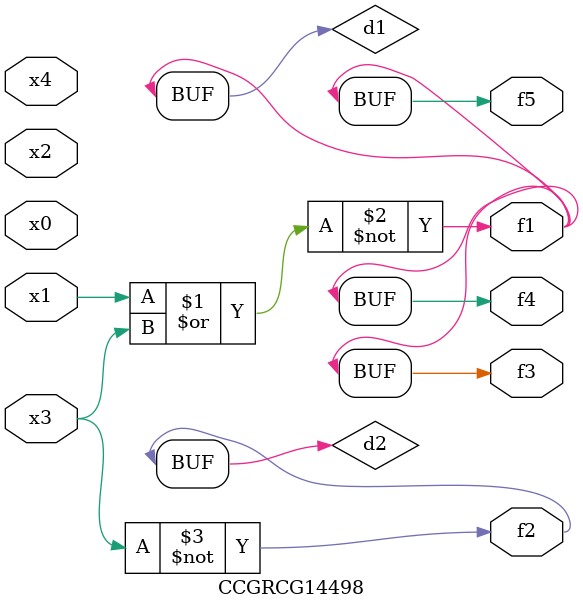
<source format=v>
module CCGRCG14498(
	input x0, x1, x2, x3, x4,
	output f1, f2, f3, f4, f5
);

	wire d1, d2;

	nor (d1, x1, x3);
	not (d2, x3);
	assign f1 = d1;
	assign f2 = d2;
	assign f3 = d1;
	assign f4 = d1;
	assign f5 = d1;
endmodule

</source>
